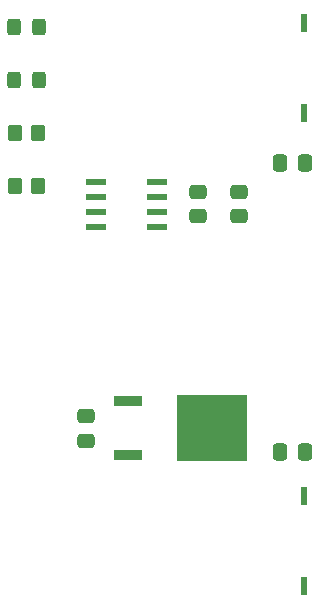
<source format=gbp>
%TF.GenerationSoftware,KiCad,Pcbnew,8.0.1-8.0.1-1~ubuntu22.04.1*%
%TF.CreationDate,2024-04-03T01:55:53-04:00*%
%TF.ProjectId,esp32_rover_devkit,65737033-325f-4726-9f76-65725f646576,rev?*%
%TF.SameCoordinates,Original*%
%TF.FileFunction,Paste,Bot*%
%TF.FilePolarity,Positive*%
%FSLAX46Y46*%
G04 Gerber Fmt 4.6, Leading zero omitted, Abs format (unit mm)*
G04 Created by KiCad (PCBNEW 8.0.1-8.0.1-1~ubuntu22.04.1) date 2024-04-03 01:55:53*
%MOMM*%
%LPD*%
G01*
G04 APERTURE LIST*
G04 Aperture macros list*
%AMRoundRect*
0 Rectangle with rounded corners*
0 $1 Rounding radius*
0 $2 $3 $4 $5 $6 $7 $8 $9 X,Y pos of 4 corners*
0 Add a 4 corners polygon primitive as box body*
4,1,4,$2,$3,$4,$5,$6,$7,$8,$9,$2,$3,0*
0 Add four circle primitives for the rounded corners*
1,1,$1+$1,$2,$3*
1,1,$1+$1,$4,$5*
1,1,$1+$1,$6,$7*
1,1,$1+$1,$8,$9*
0 Add four rect primitives between the rounded corners*
20,1,$1+$1,$2,$3,$4,$5,0*
20,1,$1+$1,$4,$5,$6,$7,0*
20,1,$1+$1,$6,$7,$8,$9,0*
20,1,$1+$1,$8,$9,$2,$3,0*%
G04 Aperture macros list end*
%ADD10R,2.489200X0.939800*%
%ADD11R,5.918200X5.562600*%
%ADD12RoundRect,0.250000X0.475000X-0.337500X0.475000X0.337500X-0.475000X0.337500X-0.475000X-0.337500X0*%
%ADD13RoundRect,0.250000X-0.325000X-0.450000X0.325000X-0.450000X0.325000X0.450000X-0.325000X0.450000X0*%
%ADD14R,0.609600X1.511300*%
%ADD15RoundRect,0.250000X-0.337500X-0.475000X0.337500X-0.475000X0.337500X0.475000X-0.337500X0.475000X0*%
%ADD16RoundRect,0.250000X-0.475000X0.337500X-0.475000X-0.337500X0.475000X-0.337500X0.475000X0.337500X0*%
%ADD17RoundRect,0.041300X0.833700X0.253700X-0.833700X0.253700X-0.833700X-0.253700X0.833700X-0.253700X0*%
%ADD18RoundRect,0.250000X-0.350000X-0.450000X0.350000X-0.450000X0.350000X0.450000X-0.350000X0.450000X0*%
%ADD19RoundRect,0.250000X0.350000X0.450000X-0.350000X0.450000X-0.350000X-0.450000X0.350000X-0.450000X0*%
G04 APERTURE END LIST*
D10*
%TO.C,U2*%
X30605800Y-64286000D03*
D11*
X37679700Y-62000000D03*
D10*
X30605800Y-59714000D03*
%TD*%
D12*
%TO.C,C7*%
X40000000Y-44037500D03*
X40000000Y-41962500D03*
%TD*%
D13*
%TO.C,D2*%
X20975000Y-28000000D03*
X23025000Y-28000000D03*
%TD*%
D14*
%TO.C,SW1*%
X45500000Y-75303650D03*
X45500000Y-67696350D03*
%TD*%
D13*
%TO.C,D1*%
X20975000Y-32500000D03*
X23025000Y-32500000D03*
%TD*%
D15*
%TO.C,C4*%
X43462500Y-64000000D03*
X45537500Y-64000000D03*
%TD*%
D16*
%TO.C,C6*%
X27000000Y-60962500D03*
X27000000Y-63037500D03*
%TD*%
D15*
%TO.C,C5*%
X43462500Y-39500000D03*
X45537500Y-39500000D03*
%TD*%
D14*
%TO.C,SW2*%
X45500000Y-27696350D03*
X45500000Y-35303650D03*
%TD*%
D17*
%TO.C,U3*%
X33085000Y-41095000D03*
X33085000Y-42365000D03*
X33085000Y-43635000D03*
X33085000Y-44905000D03*
X27915000Y-44905000D03*
X27915000Y-43635000D03*
X27915000Y-42365000D03*
X27915000Y-41095000D03*
%TD*%
D12*
%TO.C,C8*%
X36500000Y-44037500D03*
X36500000Y-41962500D03*
%TD*%
D18*
%TO.C,R3*%
X21000000Y-37000000D03*
X23000000Y-37000000D03*
%TD*%
D19*
%TO.C,R2*%
X23000000Y-41500000D03*
X21000000Y-41500000D03*
%TD*%
M02*

</source>
